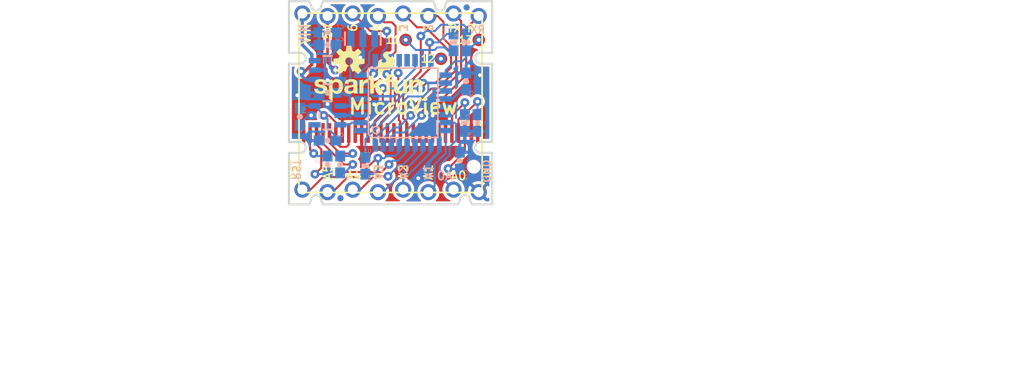
<source format=kicad_pcb>
(kicad_pcb (version 20211014) (generator pcbnew)
  (layers (0 "F.Cu" signal) (31 "B.Cu" signal) (34 "B.Paste" user) (35 "F.Paste" user) (36 "B.SilkS" user "B.Silkscreen") (37 "F.SilkS" user "F.Silkscreen") (38 "B.Mask" user) (39 "F.Mask" user) (44 "Edge.Cuts" user))
  (net 0 "")
  (net 1 "VIN")
  (net 2 "GND")
  (net 3 "3.3V")
  (net 4 "5V")
  (net 5 "N$1")
  (net 6 "N$2")
  (net 7 "N$3")
  (net 8 "D13/SCK")
  (net 9 "D11/MOSI")
  (net 10 "D10/SS")
  (net 11 "D12/MISO")
  (net 12 "D8/D~{C}")
  (net 13 "C1P")
  (net 14 "C1N")
  (net 15 "C2P")
  (net 16 "C2N")
  (net 17 "N$8")
  (net 18 "N$9")
  (net 19 "N$10")
  (net 20 "RESET")
  (net 21 "A0")
  (net 22 "A1")
  (net 23 "A2")
  (net 24 "A3")
  (net 25 "A4")
  (net 26 "A5")
  (net 27 "RXD")
  (net 28 "TXD")
  (net 29 "D2")
  (net 30 "D3")
  (net 31 "D5")
  (net 32 "D6")
  (net 33 "D7/~{RESET}")
  (net 34 "D4/3.3V_EN")
  (net 35 "D13")
  (net 36 "D11")
  (footprint "eagleBoard:CREATIVE_COMMONS" (layer "F.Cu") (at 129.4511 125.3236)
    (fp_text reference "FRAME1" hide)
    (fp_text value "FRAME-LETTER" hide)
  )
  (footprint "eagleBoard:OLED-SCREEN" (layer "F.Cu") (at 148.5011 105.0036)
    (fp_text reference "J1" hide)
    (fp_text value "OLED_SCREEN" hide)
  )
  (footprint "eagleBoard:PAD.03X.05" (layer "F.Cu") (at 150.0251 98.6536)
    (fp_text reference "TP3" hide)
    (fp_text value "" hide)
  )
  (footprint "eagleBoard:SFE_LOGO_NAME_FLAME_.1" (layer "F.Cu") (at 140.3731 105.0036)
    (fp_text reference "LOGO4" hide)
    (fp_text value "SFE_LOGO_NAME_FLAME.1_INCH" hide)
  )
  (footprint "eagleBoard:OLED-0.66-64X48" (layer "F.Cu") (at 139.7381 108.0516)
    (fp_text reference "OLED1" hide)
    (fp_text value "OLED0.66" hide)
  )
  (footprint "eagleBoard:PAD.03X.05" (layer "F.Cu") (at 153.5811 100.5586)
    (fp_text reference "TP1" hide)
    (fp_text value "" hide)
  )
  (footprint "eagleBoard:OSHW-LOGO-S" (layer "F.Cu") (at 144.3101 100.8126)
    (fp_text reference "LOGO1" hide)
    (fp_text value "OSHW-LOGOS" hide)
  )
  (footprint "eagleBoard:MV-DIP16" (layer "F.Cu") (at 148.5011 105.0036)
    (fp_text reference "J2" hide)
    (fp_text value "MICROVIEW-16" hide)
  )
  (footprint "eagleBoard:PAD.03X.05" (layer "F.Cu") (at 157.3911 98.6536)
    (fp_text reference "TP2" hide)
    (fp_text value "" hide)
  )
  (footprint "eagleBoard:0603-CAP" (layer "B.Cu") (at 143.4211 111.2266 90)
    (fp_text reference "C6")
    (fp_text value "1.0uF")
  )
  (footprint "eagleBoard:0603-CAP" (layer "B.Cu") (at 139.3571 106.4006 -90)
    (fp_text reference "C2")
    (fp_text value "1.0uF")
  )
  (footprint "eagleBoard:0603-RES" (layer "B.Cu") (at 155.9941 107.0356 90)
    (fp_text reference "R2")
    (fp_text value "390k")
  )
  (footprint "eagleBoard:MICRO-FIDUCIAL" (layer "B.Cu") (at 156.1719 95.377 180)
    (fp_text reference "FID1" hide)
    (fp_text value "FIDUCIALUFIDUCIAL" hide)
  )
  (footprint "eagleBoard:0603-CAP" (layer "B.Cu") (at 142.1511 111.2266 -90)
    (fp_text reference "C5")
    (fp_text value "1.0uF")
  )
  (footprint "eagleBoard:RESONATOR-SMD" (layer "B.Cu") (at 145.7071 98.5266)
    (fp_text reference "Y2")
    (fp_text value "16MHz")
  )
  (footprint "eagleBoard:0603-RES" (layer "B.Cu") (at 156.1211 98.9076 -90)
    (fp_text reference "R3")
    (fp_text value "1k")
  )
  (footprint "eagleBoard:SOT23-5" (layer "B.Cu") (at 142.1511 101.7016 90)
    (fp_text reference "U2")
    (fp_text value "SPX3819M5-L-5-0")
  )
  (footprint "eagleBoard:0603-CAP" (layer "B.Cu") (at 155.4861 110.8456 90)
    (fp_text reference "C10")
    (fp_text value "2.2uF")
  )
  (footprint "eagleBoard:0603-CAP" (layer "B.Cu") (at 142.1511 99.1616 180)
    (fp_text reference "C4")
    (fp_text value "1.0uF")
  )
  (footprint "eagleBoard:MICRO-FIDUCIAL" (layer "B.Cu") (at 143.4465 114.6302 180)
    (fp_text reference "FID3" hide)
    (fp_text value "FIDUCIALUFIDUCIAL" hide)
  )
  (footprint "eagleBoard:SOT23-5" (layer "B.Cu") (at 142.1511 106.2736 -90)
    (fp_text reference "U1")
    (fp_text value "MIC5205 3.3V")
  )
  (footprint "eagleBoard:0603-CAP" (layer "B.Cu") (at 142.1511 97.8916 180)
    (fp_text reference "C7")
    (fp_text value "0.1uF")
  )
  (footprint "eagleBoard:0603-RES" (layer "B.Cu") (at 154.8511 98.9076 -90)
    (fp_text reference "R4")
    (fp_text value "1k")
  )
  (footprint "eagleBoard:0603-CAP" (layer "B.Cu") (at 142.1511 103.9876 180)
    (fp_text reference "C1")
    (fp_text value "1.0uF")
  )
  (footprint "eagleBoard:TQFP32-08" (layer "B.Cu") (at 149.7711 105.0036)
    (fp_text reference "U3")
    (fp_text value "ATMEGA328P")
  )
  (footprint "eagleBoard:0603-CAP" (layer "B.Cu") (at 157.2641 107.0356 -90)
    (fp_text reference "C9")
    (fp_text value "2.2uF")
  )
  (footprint "eagleBoard:0603-CAP" (layer "B.Cu") (at 156.1211 102.8446 90)
    (fp_text reference "C8")
    (fp_text value "0.1uF")
  )
  (footprint "eagleBoard:0603-RES" (layer "B.Cu") (at 145.9611 111.3536 90)
    (fp_text reference "R1")
    (fp_text value "10K")
  )
  (footprint "eagleBoard:0603-CAP" (layer "B.Cu") (at 142.1511 108.8136 180)
    (fp_text reference "C3")
    (fp_text value "0.1uF")
  )
  (gr_line (start 157.6011 99.9536) (end 158.7511 99.9536) (layer "Edge.Cuts") (width 0.2032))
  (gr_line (start 156.5011 114.8036) (end 156.6911 115.2536) (layer "Edge.Cuts") (width 0.2032))
  (gr_line (start 140.5011 95.2036) (end 140.3111 94.7536) (layer "Edge.Cuts") (width 0.2032))
  (gr_line (start 138.2511 101.0536) (end 139.4011 101.0536) (layer "Edge.Cuts") (width 0.2032))
  (gr_line (start 158.7511 108.9536) (end 158.7511 101.0536) (layer "Edge.Cuts") (width 0.2032))
  (gr_line (start 154.1911 94.7536) (end 158.7511 94.7536) (layer "Edge.Cuts") (width 0.2032))
  (gr_arc (start 140.5011 114.8036) (mid 141.0011 114.3036) (end 141.5011 114.8036) (layer "Edge.Cuts") (width 0.2032))
  (gr_line (start 157.6011 110.0536) (end 158.7511 110.0536) (layer "Edge.Cuts") (width 0.2032))
  (gr_arc (start 157.6011 110.0536) (mid 157.0511 109.5036) (end 157.6011 108.9536) (layer "Edge.Cuts") (width 0.2032))
  (gr_line (start 158.7511 115.2536) (end 156.6911 115.2536) (layer "Edge.Cuts") (width 0.2032))
  (gr_line (start 140.5011 114.8036) (end 140.3111 115.2536) (layer "Edge.Cuts") (width 0.2032))
  (gr_line (start 138.2511 94.7536) (end 140.3111 94.7536) (layer "Edge.Cuts") (width 0.2032))
  (gr_arc (start 155.5011 114.8036) (mid 156.0011 114.3036) (end 156.5011 114.8036) (layer "Edge.Cuts") (width 0.2032))
  (gr_line (start 158.7511 99.9536) (end 158.7511 94.7536) (layer "Edge.Cuts") (width 0.2032))
  (gr_arc (start 141.5011 95.2036) (mid 141.0011 95.7036) (end 140.5011 95.2036) (layer "Edge.Cuts") (width 0.2032))
  (gr_line (start 158.7511 101.0536) (end 157.6011 101.0536) (layer "Edge.Cuts") (width 0.2032))
  (gr_arc (start 139.4011 99.9536) (mid 139.9511 100.5036) (end 139.4011 101.0536) (layer "Edge.Cuts") (width 0.2032))
  (gr_line (start 158.7511 108.9536) (end 157.6011 108.9536) (layer "Edge.Cuts") (width 0.2032))
  (gr_line (start 141.6911 94.7536) (end 152.8111 94.7536) (layer "Edge.Cuts") (width 0.2032))
  (gr_line (start 155.3111 115.2536) (end 141.6911 115.2536) (layer "Edge.Cuts") (width 0.2032))
  (gr_line (start 139.4011 99.9536) (end 138.2511 99.9536) (layer "Edge.Cuts") (width 0.2032))
  (gr_line (start 139.4011 110.0536) (end 138.2511 110.0536) (layer "Edge.Cuts") (width 0.2032))
  (gr_arc (start 139.4011 108.9536) (mid 139.9511 109.5036) (end 139.4011 110.0536) (layer "Edge.Cuts") (width 0.2032))
  (gr_line (start 141.5011 114.8036) (end 141.6911 115.2536) (layer "Edge.Cuts") (width 0.2032))
  (gr_arc (start 157.6011 101.0536) (mid 157.0511 100.5036) (end 157.6011 99.9536) (layer "Edge.Cuts") (width 0.2032))
  (gr_line (start 153.0011 95.2036) (end 152.8111 94.7536) (layer "Edge.Cuts") (width 0.2032))
  (gr_line (start 154.0011 95.2036) (end 154.1911 94.7536) (layer "Edge.Cuts") (width 0.2032))
  (gr_line (start 138.2511 108.9536) (end 139.4011 108.9536) (layer "Edge.Cuts") (width 0.2032))
  (gr_line (start 141.5011 95.2036) (end 141.6911 94.7536) (layer "Edge.Cuts") (width 0.2032))
  (gr_line (start 155.5011 114.8036) (end 155.3111 115.2536) (layer "Edge.Cuts") (width 0.2032))
  (gr_line (start 140.3111 115.2536) (end 138.2511 115.2536) (layer "Edge.Cuts") (width 0.2032))
  (gr_arc (start 154.0011 95.2036) (mid 153.5011 95.7036) (end 153.0011 95.2036) (layer "Edge.Cuts") (width 0.2032))
  (gr_line (start 138.2511 115.2536) (end 138.2511 110.0536) (layer "Edge.Cuts") (width 0.2032))
  (gr_line (start 138.2511 99.9536) (end 138.2511 94.7536) (layer "Edge.Cuts") (width 0.2032))
  (gr_line (start 138.2511 108.9536) (end 138.2511 101.0536) (layer "Edge.Cuts") (width 0.2032))
  (gr_line (start 158.7511 115.2536) (end 158.7511 110.0536) (layer "Edge.Cuts") (width 0.2032))
  (gr_text "2" (at 152.3111 97.0026 -90) (layer "B.SilkS") (effects (font (size 0.75565 0.75565) (thickness 0.13335)) (justify right mirror)))
  (gr_text "3" (at 149.7711 97.0026 -90) (layer "B.SilkS") (effects (font (size 0.75565 0.75565) (thickness 0.13335)) (justify right mirror)))
  (gr_text "A2" (at 149.7711 112.8776 -90) (layer "B.SilkS") (effects (font (size 0.8636 0.8636) (thickness 0.1524)) (justify left mirror)))
  (gr_text "A1" (at 152.3111 112.8776 -90) (layer "B.SilkS") (effects (font (size 0.8636 0.8636) (thickness 0.1524)) (justify left mirror)))
  (gr_text "GND" (at 158.1531 113.1316 -90) (layer "B.SilkS") (effects (font (size 0.75565 0.75565) (thickness 0.13335)) (justify left mirror)))
  (gr_text "RST" (at 138.9761 112.8776 -90) (layer "B.SilkS") (effects (font (size 0.75565 0.75565) (thickness 0.13335)) (justify left mirror)))
  (gr_text "RX" (at 157.2895 97.1804) (layer "B.SilkS") (effects (font (size 0.75565 0.75565) (thickness 0.13335)) (justify top mirror)))
  (gr_text "A3" (at 147.2311 112.8776 -90) (layer "B.SilkS") (effects (font (size 0.8636 0.8636) (thickness 0.1524)) (justify left mirror)))
  (gr_text "A0" (at 153.9621 112.3696) (layer "B.SilkS") (effects (font (size 0.8636 0.8636) (thickness 0.1524)) (justify mirror)))
  (gr_text "VIN" (at 139.6111 97.0026 -90) (layer "B.SilkS") (effects (font (size 0.75565 0.75565) (thickness 0.13335)) (justify right mirror)))
  (gr_text "5" (at 147.2311 96.901 90) (layer "F.SilkS") (effects (font (size 0.8636 0.8636) (thickness 0.1524)) (justify right)))
  (gr_text "A5" (at 142.1511 112.8776 90) (layer "F.SilkS") (effects (font (size 0.8636 0.8636) (thickness 0.1524)) (justify left)))
  (gr_text "12" (at 153.0731 100.5586) (layer "F.SilkS") (effects (font (size 0.75565 0.75565) (thickness 0.13335)) (justify right)))
  (gr_text "13" (at 156.8831 98.6536) (layer "F.SilkS") (effects (font (size 0.75565 0.75565) (thickness 0.13335)) (justify right)))
  (gr_text "11" (at 149.5171 98.6536) (layer "F.SilkS") (effects (font (size 0.75565 0.75565) (thickness 0.13335)) (justify right)))
  (gr_text "GND" (at 158.1531 113.1316 90) (layer "F.SilkS") (effects (font (size 0.75565 0.75565) (thickness 0.13335)) (justify left)))
  (gr_text "A0" (at 155.3591 112.3696) (layer "F.SilkS") (effects (font (size 0.8636 0.8636) (thickness 0.1524))))
  (gr_text "RX" (at 156.9593 97.0534) (layer "F.SilkS") (effects (font (size 0.75565 0.75565) (thickness 0.13335)) (justify top)))
  (gr_text "2" (at 152.3111 96.901 90) (layer "F.SilkS") (effects (font (size 0.8636 0.8636) (thickness 0.1524)) (justify right)))
  (gr_text "A4" (at 144.8181 112.3696) (layer "F.SilkS") (effects (font (size 0.8636 0.8636) (thickness 0.1524))))
  (gr_text "6" (at 144.6911 96.901 90) (layer "F.SilkS") (effects (font (size 0.8636 0.8636) (thickness 0.1524)) (justify right)))
  (gr_text "A2" (at 149.7711 112.8776 90) (layer "F.SilkS") (effects (font (size 0.8636 0.8636) (thickness 0.1524)) (justify left)))
  (gr_text "5V" (at 142.1511 96.901 90) (layer "F.SilkS") (effects (font (size 0.8636 0.8636) (thickness 0.1524)) (justify right)))
  (gr_text "MicroView" (at 149.7711 105.3846) (layer "F.SilkS") (effects (font (size 1.5113 1.5113) (thickness 0.2667))))
  (gr_text "TX" (at 154.9273 97.0534) (layer "F.SilkS") (effects (font (size 0.75565 0.75565) (thickness 0.13335)) (justify top)))
  (gr_text "3" (at 149.7711 96.901 90) (layer "F.SilkS") (effects (font (size 0.8636 0.8636) (thickness 0.1524)) (justify right)))
  (gr_text "A1" (at 152.3111 112.8776 90) (layer "F.SilkS") (effects (font (size 0.8636 0.8636) (thickness 0.1524)) (justify left)))
  (gr_text "A3" (at 147.2311 112.8776 90) (layer "F.SilkS") (effects (font (size 0.8636 0.8636) (thickness 0.1524)) (justify left)))
  (gr_text "VIN" (at 139.9921 96.901 90) (layer "F.SilkS") (effects (font (size 0.8636 0.8636) (thickness 0.1524)) (justify right)))
  (gr_text "RST" (at 138.8491 112.8776 90) (layer "F.SilkS") (effects (font (size 0.75565 0.75565) (thickness 0.13335)) (justify left)))
  (segment (start 139.6111 99.1616) (end 139.6111 95.9866) (width 0.3048) (layer "F.Cu") (net 1))
  (segment (start 140.5611 100.1116) (end 139.6111 99.1616) (width 0.3048) (layer "F.Cu") (net 1))
  (segment (start 140.5611 101.1326) (end 140.5611 100.1116) (width 0.3048) (layer "F.Cu") (net 1))
  (segment (start 139.4841 101.8286) (end 139.8651 101.8286) (width 0.3048) (layer "F.Cu") (net 1))
  (segment (start 139.8651 101.8286) (end 140.5611 101.1326) (width 0.3048) (layer "F.Cu") (net 1))
  (via (at 139.4841 101.8286) (size 0.889) (drill 0.381) (layers "F.Cu" "B.Cu") (net 1))
  (segment (start 139.6111 99.1616) (end 139.6111 95.9866) (width 0.3048) (layer "B.Cu") (net 1))
  (segment (start 140.851 100.7516) (end 140.5611 100.7516) (width 0.2032) (layer "B.Cu") (net 1))
  (segment (start 140.851 102.6516) (end 139.9261 102.6516) (width 0.3048) (layer "B.Cu") (net 1))
  (segment (start 139.9261 102.6516) (end 139.4841 102.2096) (width 0.3048) (layer "B.Cu") (net 1))
  (segment (start 140.5611 100.1116) (end 139.6111 99.1616) (width 0.3048) (layer "B.Cu") (net 1))
  (segment (start 139.4841 102.2096) (end 139.4841 101.8286) (width 0.3048) (layer "B.Cu") (net 1))
  (segment (start 140.5611 100.7516) (end 140.5611 100.1116) (width 0.3048) (layer "B.Cu") (net 1))
  (segment (start 156.6291 109.0676) (end 156.5021 109.1946) (width 0.254) (layer "F.Cu") (net 2))
  (segment (start 156.5021 109.1946) (end 156.5021 109.9566) (width 0.254) (layer "F.Cu") (net 2))
  (segment (start 156.6291 108.0516) (end 156.6291 109.0676) (width 0.254) (layer "F.Cu") (net 2))
  (segment (start 157.2881 108.0516) (end 158.0261 108.0516) (width 0.254) (layer "F.Cu") (net 2))
  (segment (start 157.2881 108.0516) (end 156.6291 108.0516) (width 0.254) (layer "F.Cu") (net 2))
  (via (at 145.4531 100.4316) (size 0.889) (drill 0.381) (layers "F.Cu" "B.Cu") (net 2))
  (via (at 146.8501 105.156) (size 0.889) (drill 0.381) (layers "F.Cu" "B.Cu") (net 2))
  (via (at 157.5181 102.2096) (size 0.889) (drill 0.381) (layers "F.Cu" "B.Cu") (net 2))
  (via (at 142.1511 105.1306) (size 0.889) (drill 0.381) (layers "F.Cu" "B.Cu") (net 2))
  (via (at 151.2951 112.6236) (size 0.889) (drill 0.381) (layers "F.Cu" "B.Cu") (net 2))
  (via (at 139.1031 104.2416) (size 0.889) (drill 0.381) (layers "F.Cu" "B.Cu") (net 2))
  (via (at 142.1511 102.7176) (size 0.889) (drill 0.381) (layers "F.Cu" "B.Cu") (net 2))
  (via (at 140.5001 106.2736) (size 0.889) (drill 0.381) (layers "F.Cu" "B.Cu") (net 2))
  (via (at 152.7429 106.2736) (size 0.889) (drill 0.381) (layers "F.Cu" "B.Cu") (net 2))
  (segment (start 139.3571 107.2506) (end 139.3571 107.1626) (width 0.2032) (layer "B.Cu") (net 2))
  (segment (start 143.4512 106.2736) (end 142.9131 106.2736) (width 0.2032) (layer "B.Cu") (net 2))
  (segment (start 141.6431 104.6226) (end 142.1511 105.1306) (width 0.254) (layer "B.Cu") (net 2))
  (segment (start 142.9131 106.2736) (end 142.1511 105.5116) (width 0.2032) (layer "B.Cu") (net 2))
  (segment (start 141.8971 102.5906) (end 141.8971 100.4316) (width 0.2032) (layer "B.Cu") (net 2))
  (segment (start 153.3271 108.5596) (end 152.9461 108.1786) (width 0.254) (layer "B.Cu") (net 2))
  (segment (start 139.3571 107.1626) (end 140.2461 106.2736) (width 0.2032) (layer "B.Cu") (net 2))
  (segment (start 146.2977 104.6036) (end 146.8501 105.156) (width 0.2032) (layer "B.Cu") (net 2))
  (segment (start 139.6111 104.2416) (end 139.9921 104.6226) (width 0.254) (layer "B.Cu") (net 2))
  (segment (start 145.7071 98.5266) (end 145.7071 100.1776) (width 0.254) (layer "B.Cu") (net 2))
  (segment (start 152.6921 106.0196) (end 153.3081 105.4036) (width 0.2032) (layer "B.Cu") (net 2))
  (segment (start 141.3011 99.1616) (end 141.3011 99.8356) (width 0.2032) (layer "B.Cu") (net 2))
  (segment (start 141.3011 99.8356) (end 141.8971 100.4316) (width 0.2032) (layer "B.Cu") (net 2))
  (segment (start 140.5001 106.2736) (end 140.2461 106.2736) (width 0.2032) (layer "B.Cu") (net 2))
  (segment (start 139.1031 104.2416) (end 139.6111 104.2416) (width 0.254) (layer "B.Cu") (net 2))
  (segment (start 142.1511 105.1306) (end 142.1511 105.5116) (width 0.2032) (layer "B.Cu") (net 2))
  (segment (start 145.4785 104.6036) (end 146.2977 104.6036) (width 0.2032) (layer "B.Cu") (net 2))
  (segment (start 154.0637 105.4036) (end 153.3081 105.4036) (width 0.2032) (layer "B.Cu") (net 2))
  (segment (start 145.7071 100.1776) (end 145.4531 100.4316) (width 0.254) (layer "B.Cu") (net 2))
  (segment (start 139.9921 104.6226) (end 141.6431 104.6226) (width 0.254) (layer "B.Cu") (net 2))
  (segment (start 141.7701 106.2736) (end 142.2781 106.2736) (width 0.2032) (layer "F.Cu") (net 3))
  (segment (start 142.9881 106.9836) (end 142.9881 108.0516) (width 0.2032) (layer "F.Cu") (net 3))
  (segment (start 142.2781 106.2736) (end 142.9881 106.9836) (width 0.2032) (layer "F.Cu") (net 3))
  (segment (start 144.0561 109.4486) (end 144.2881 109.2166) (width 0.2032) (layer "F.Cu") (net 3))
  (segment (start 142.9881 109.0156) (end 143.4211 109.4486) (width 0.2032) (layer "F.Cu") (net 3))
  (segment (start 144.2881 108.0516) (end 144.2881 109.2166) (width 0.2032) (layer "F.Cu") (net 3))
  (segment (start 142.9881 108.0516) (end 142.9881 109.0156) (width 0.2032) (layer "F.Cu") (net 3))
  (segment (start 143.4211 109.4486) (end 144.0561 109.4486) (width 0.2032) (layer "F.Cu") (net 3))
  (via (at 141.7701 106.2736) (size 0.889) (drill 0.381) (layers "F.Cu" "B.Cu") (net 3))
  (segment (start 142.1511 106.6546) (end 141.7701 106.2736) (width 0.2032) (layer "B.Cu") (net 3))
  (segment (start 141.8971 106.5276) (end 141.8971 106.4006) (width 0.2032) (layer "B.Cu") (net 3))
  (segment (start 141.5161 106.0196) (end 141.5161 105.9887) (width 0.2032) (layer "B.Cu") (net 3))
  (segment (start 141.8971 106.4006) (end 141.7701 106.2736) (width 0.2032) (layer "B.Cu") (net 3))
  (segment (start 139.5841 105.3236) (end 139.3571 105.5506) (width 0.2032) (layer "B.Cu") (net 3))
  (segment (start 143.0011 108.8136) (end 143.0011 108.3936) (width 0.2032) (layer "B.Cu") (net 3))
  (segment (start 140.851 105.3236) (end 139.5841 105.3236) (width 0.2032) (layer "B.Cu") (net 3))
  (segment (start 141.5161 106.0196) (end 141.7701 106.2736) (width 0.2032) (layer "B.Cu") (net 3))
  (segment (start 142.1511 107.5436) (end 142.1511 106.6546) (width 0.2032) (layer "B.Cu") (net 3))
  (segment (start 141.5161 105.9887) (end 140.851 105.3236) (width 0.2032) (layer "B.Cu") (net 3))
  (segment (start 143.0011 108.3936) (end 142.1511 107.5436) (width 0.2032) (layer "B.Cu") (net 3))
  (segment (start 142.1511 100.9396) (end 142.9131 101.7016) (width 0.254) (layer "F.Cu") (net 4))
  (segment (start 142.1511 96.2406) (end 142.1511 100.9396) (width 0.254) (layer "F.Cu") (net 4))
  (via (at 142.9131 101.7016) (size 0.889) (drill 0.381) (layers "F.Cu" "B.Cu") (net 4))
  (segment (start 152.2161 103.0036) (end 151.9301 102.7176) (width 0.254) (layer "B.Cu") (net 4))
  (segment (start 143.0011 99.1616) (end 143.0011 99.7086) (width 0.254) (layer "B.Cu") (net 4))
  (segment (start 142.9131 101.7016) (end 143.1671 101.7016) (width 0.254) (layer "B.Cu") (net 4))
  (segment (start 150.2791 104.3686) (end 151.8031 104.3686) (width 0.2032) (layer "B.Cu") (net 4))
  (segment (start 143.0011 99.1616) (end 143.0011 97.8916) (width 0.254) (layer "B.Cu") (net 4))
  (segment (start 144.4191 104.2416) (end 144.4191 105.3236) (width 0.254) (layer "B.Cu") (net 4))
  (segment (start 151.9301 102.7176) (end 150.5204 102.7176) (width 0.254) (layer "B.Cu") (net 4))
  (segment (start 152.3111 103.8606) (end 152.3111 103.0986) (width 0.2032) (layer "B.Cu") (net 4))
  (segment (start 145.4785 105.4036) (end 144.4991 105.4036) (width 0.254) (layer "B.Cu") (net 4))
  (segment (start 145.4785 103.8036) (end 146.2089 103.8036) (width 0.254) (layer "B.Cu") (net 4))
  (segment (start 143.4512 102.8977) (end 144.4191 103.8656) (width 0.254) (layer "B.Cu") (net 4))
  (segment (start 154.0637 103.0036) (end 152.2161 103.0036) (width 0.254) (layer "B.Cu") (net 4))
  (segment (start 142.6591 101.7016) (end 142.9131 101.7016) (width 0.254) (layer "B.Cu") (net 4))
  (segment (start 145.9611 110.5036) (end 145.9611 108.6866) (width 0.2032) (layer "B.Cu") (net 4))
  (segment (start 145.9611 108.6866) (end 150.2791 104.3686) (width 0.2032) (layer "B.Cu") (net 4))
  (segment (start 146.2089 103.8036) (end 146.7485 104.3432) (width 0.254) (layer "B.Cu") (net 4))
  (segment (start 143.4512 102.6516) (end 143.4512 101.9857) (width 0.254) (layer "B.Cu") (net 4))
  (segment (start 146.7485 104.3432) (end 148.8948 104.3432) (width 0.254) (layer "B.Cu") (net 4))
  (segment (start 145.4165 103.8656) (end 144.4191 103.8656) (width 0.254) (layer "B.Cu") (net 4))
  (segment (start 142.4051 100.3046) (end 143.0011 99.7086) (width 0.254) (layer "B.Cu") (net 4))
  (segment (start 143.1671 101.7016) (end 143.4512 101.9857) (width 0.254) (layer "B.Cu") (net 4))
  (segment (start 152.3111 103.0986) (end 152.2161 103.0036) (width 0.2032) (layer "B.Cu") (net 4))
  (segment (start 148.8948 104.3432) (end 150.5204 102.7176) (width 0.254) (layer "B.Cu") (net 4))
  (segment (start 143.6751 103.9876) (end 143.9291 104.2416) (width 0.254) (layer "B.Cu") (net 4))
  (segment (start 143.9291 104.2416) (end 144.4191 104.2416) (width 0.254) (layer "B.Cu") (net 4))
  (segment (start 143.4512 105.3236) (end 144.4191 105.3236) (width 0.254) (layer "B.Cu") (net 4))
  (segment (start 144.4191 105.3236) (end 144.4991 105.4036) (width 0.254) (layer "B.Cu") (net 4))
  (segment (start 142.4051 100.3046) (end 142.4051 101.4476) (width 0.254) (layer "B.Cu") (net 4))
  (segment (start 145.4785 103.8036) (end 145.4165 103.8656) (width 0.254) (layer "B.Cu") (net 4))
  (segment (start 151.8031 104.3686) (end 152.3111 103.8606) (width 0.2032) (layer "B.Cu") (net 4))
  (segment (start 144.4191 103.8656) (end 144.4191 104.2416) (width 0.254) (layer "B.Cu") (net 4))
  (segment (start 143.4512 102.6516) (end 143.4512 102.8977) (width 0.254) (layer "B.Cu") (net 4))
  (segment (start 142.4051 101.4476) (end 142.6591 101.7016) (width 0.254) (layer "B.Cu") (net 4))
  (segment (start 143.0011 103.9876) (end 143.6751 103.9876) (width 0.254) (layer "B.Cu") (net 4))
  (segment (start 155.9941 109.9566) (end 154.3041 111.6466) (width 0.2032) (layer "F.Cu") (net 5))
  (segment (start 155.9941 109.4486) (end 155.9941 109.9566) (width 0.2032) (layer "F.Cu") (net 5))
  (segment (start 155.9881 108.0516) (end 155.9881 109.4426) (width 0.2032) (layer "F.Cu") (net 5))
  (segment (start 155.9881 109.4426) (end 155.9941 109.4486) (width 0.2032) (layer "F.Cu") (net 5))
  (via (at 154.3041 111.6466) (size 0.889) (drill 0.381) (layers "F.Cu" "B.Cu") (net 5))
  (segment (start 155.4861 111.6956) (end 154.3531 111.6956) (width 0.2032) (layer "B.Cu") (net 5))
  (segment (start 154.3531 111.6956) (end 154.3041 111.6466) (width 0.2032) (layer "B.Cu") (net 5))
  (segment (start 155.3381 108.0516) (end 155.3381 106.6756) (width 0.2032) (layer "F.Cu") (net 6))
  (segment (start 155.3381 106.6756) (end 155.7401 106.2736) (width 0.2032) (layer "F.Cu") (net 6))
  (segment (start 155.8671 106.2736) (end 157.2641 104.8766) (width 0.2032) (layer "F.Cu") (net 6))
  (segment (start 155.7401 106.2736) (end 155.8671 106.2736) (width 0.2032) (layer "F.Cu") (net 6))
  (via (at 157.2641 104.8766) (size 0.889) (drill 0.381) (layers "F.Cu" "B.Cu") (net 6))
  (segment (start 157.2641 106.1856) (end 157.2641 104.8766) (width 0.2032) (layer "B.Cu") (net 6))
  (segment (start 154.6881 108.0516) (end 154.6881 106.2842) (width 0.2032) (layer "F.Cu") (net 7))
  (segment (start 154.6881 106.2842) (end 155.9941 104.9782) (width 0.2032) (layer "F.Cu") (net 7))
  (via (at 155.9941 104.9782) (size 0.889) (drill 0.381) (layers "F.Cu" "B.Cu") (net 7))
  (segment (start 155.9941 106.1856) (end 155.9941 104.9782) (width 0.2032) (layer "B.Cu") (net 7))
  (segment (start 149.3393 106.7562) (end 149.3393 104.013) (width 0.2032) (layer "F.Cu") (net 8))
  (segment (start 151.5491 98.2726) (end 151.5491 101.8032) (width 0.2032) (layer "F.Cu") (net 8))
  (segment (start 149.4881 108.0516) (end 149.4881 106.905) (width 0.2032) (layer "F.Cu") (net 8))
  (segment (start 149.3393 104.013) (end 151.5491 101.8032) (width 0.2032) (layer "F.Cu") (net 8))
  (segment (start 149.4881 106.905) (end 149.3393 106.7562) (width 0.2032) (layer "F.Cu") (net 8))
  (via (at 151.5491 98.2726) (size 0.889) (drill 0.381) (layers "F.Cu" "B.Cu") (net 8))
  (segment (start 153.5811 97.1296) (end 152.9461 97.7646) (width 0.2032) (layer "B.Cu") (net 8))
  (segment (start 156.1211 97.3836) (end 155.8671 97.1296) (width 0.2032) (layer "B.Cu") (net 8))
  (segment (start 155.8671 97.1296) (end 153.5811 97.1296) (width 0.2032) (layer "B.Cu") (net 8))
  (segment (start 156.1211 98.0576) (end 156.1211 97.3836) (width 0.2032) (layer "B.Cu") (net 8))
  (segment (start 151.5491 98.2726) (end 152.0571 97.7646) (width 0.2032) (layer "B.Cu") (net 8))
  (segment (start 152.9461 97.7646) (end 152.0571 97.7646) (width 0.2032) (layer "B.Cu") (net 8))
  (segment (start 150.1381 106.9454) (end 149.7711 106.5784) (width 0.2032) (layer "F.Cu") (net 9))
  (segment (start 150.1381 108.0516) (end 150.1381 106.9454) (width 0.2032) (layer "F.Cu") (net 9))
  (segment (start 152.4381 101.5492) (end 149.7711 104.2162) (width 0.2032) (layer "F.Cu") (net 9))
  (segment (start 149.7711 106.5784) (end 149.7711 104.2162) (width 0.2032) (layer "F.Cu") (net 9))
  (segment (start 152.4381 98.9076) (end 152.4381 101.5492) (width 0.2032) (layer "F.Cu") (net 9))
  (via (at 152.4381 98.9076) (size 0.889) (drill 0.381) (layers "F.Cu" "B.Cu") (net 9))
  (segment (start 152.4381 98.9076) (end 153.3271 98.9076) (width 0.2032) (layer "B.Cu") (net 9))
  (segment (start 154.8511 98.0576) (end 154.1771 98.0576) (width 0.2032) (layer "B.Cu") (net 9))
  (segment (start 154.1771 98.0576) (end 153.3271 98.9076) (width 0.2032) (layer "B.Cu") (net 9))
  (segment (start 146.2381 108.0516) (end 146.2381 106.8856) (width 0.2032) (layer "F.Cu") (net 10))
  (segment (start 147.7199 105.4038) (end 147.7199 103.5431) (width 0.2032) (layer "F.Cu") (net 10))
  (segment (start 146.2381 106.8856) (end 147.7199 105.4038) (width 0.2032) (layer "F.Cu") (net 10))
  (via (at 147.7199 103.5431) (size 0.889) (drill 0.381) (layers "F.Cu" "B.Cu") (net 10))
  (segment (start 147.7199 103.5431) (end 148.9964 103.5431) (width 0.2032) (layer "B.Cu") (net 10))
  (segment (start 150.9711 100.711) (end 150.9711 101.5684) (width 0.2032) (layer "B.Cu") (net 10))
  (segment (start 150.9711 100.711) (end 151.0411 100.641) (width 0.2032) (layer "B.Cu") (net 10))
  (segment (start 150.9711 100.711) (end 150.9711 100.711) (width 0.2032) (layer "B.Cu") (net 10))
  (segment (start 150.9711 101.5684) (end 148.9964 103.5431) (width 0.2032) (layer "B.Cu") (net 10))
  (via (at 153.5811 100.5586) (size 0.889) (drill 0.381) (layers "F.Cu" "B.Cu") (net 11))
  (segment (start 153.5811 100.5586) (end 152.7235 100.5586) (width 0.2032) (layer "B.Cu") (net 11))
  (segment (start 152.7235 100.5586) (end 152.5711 100.711) (width 0.2032) (layer "B.Cu") (net 11))
  (segment (start 147.5381 106.9826) (end 148.9329 105.5878) (width 0.2032) (layer "F.Cu") (net 12))
  (segment (start 149.2758 102.6033) (end 149.2758 101.9937) (width 0.2032) (layer "F.Cu") (net 12))
  (segment (start 148.9329 102.9462) (end 148.9329 105.5878) (width 0.2032) (layer "F.Cu") (net 12))
  (segment (start 149.2758 102.6033) (end 148.9329 102.9462) (width 0.2032) (layer "F.Cu") (net 12))
  (segment (start 147.5381 108.0516) (end 147.5381 106.9826) (width 0.2032) (layer "F.Cu") (net 12))
  (via (at 149.2758 101.9937) (size 0.889) (drill 0.381) (layers "F.Cu" "B.Cu") (net 12))
  (segment (start 149.3711 100.711) (end 149.3711 101.8857) (width 0.2032) (layer "B.Cu") (net 12))
  (segment (start 149.2758 101.981) (end 149.2758 101.9937) (width 0.2032) (layer "B.Cu") (net 12))
  (segment (start 149.3711 101.8857) (end 149.2758 101.981) (width 0.2032) (layer "B.Cu") (net 12))
  (segment (start 143.8021 111.2266) (end 144.6911 111.2266) (width 0.2032) (layer "F.Cu") (net 13))
  (segment (start 141.6881 109.1126) (end 143.8021 111.2266) (width 0.2032) (layer "F.Cu") (net 13))
  (segment (start 141.6881 109.1126) (end 141.6881 108.0516) (width 0.2032) (layer "F.Cu") (net 13))
  (via (at 144.6911 111.2266) (size 0.889) (drill 0.381) (layers "F.Cu" "B.Cu") (net 13))
  (segment (start 143.4211 112.0766) (end 143.8411 112.0766) (width 0.2032) (layer "B.Cu") (net 13))
  (segment (start 143.8411 112.0766) (end 144.6911 111.2266) (width 0.2032) (layer "B.Cu") (net 13))
  (segment (start 142.3381 109.0396) (end 143.4211 110.1226) (width 0.2032) (layer "F.Cu") (net 14))
  (segment (start 142.3381 109.0396) (end 142.3381 108.0516) (width 0.2032) (layer "F.Cu") (net 14))
  (segment (start 143.4211 110.1226) (end 144.6911 110.1226) (width 0.2032) (layer "F.Cu") (net 14))
  (via (at 144.6911 110.1226) (size 0.889) (drill 0.381) (layers "F.Cu" "B.Cu") (net 14))
  (segment (start 143.4211 110.3766) (end 144.4371 110.3766) (width 0.2032) (layer "B.Cu") (net 14))
  (segment (start 144.4371 110.3766) (end 144.6911 110.1226) (width 0.2032) (layer "B.Cu") (net 14))
  (segment (start 140.7541 110.1226) (end 140.3881 109.7566) (width 0.2032) (layer "F.Cu") (net 15))
  (segment (start 140.3881 109.7566) (end 140.3881 108.0516) (width 0.2032) (layer "F.Cu") (net 15))
  (via (at 140.7541 110.1226) (size 0.889) (drill 0.381) (layers "F.Cu" "B.Cu") (net 15))
  (segment (start 142.1511 110.3766) (end 141.0081 110.3766) (width 0.2032) (layer "B.Cu") (net 15))
  (segment (start 141.0081 110.3766) (end 140.7541 110.1226) (width 0.2032) (layer "B.Cu") (net 15))
  (segment (start 141.5161 109.7026) (end 141.5161 111.5686) (width 0.2032) (layer "F.Cu") (net 16))
  (segment (start 141.0381 108.0516) (end 141.0381 107.7006) (width 0.254) (layer "F.Cu") (net 16))
  (segment (start 141.5161 111.5686) (end 140.8811 112.2036) (width 0.2032) (layer "F.Cu") (net 16))
  (segment (start 141.0381 109.2246) (end 141.5161 109.7026) (width 0.2032) (layer "F.Cu") (net 16))
  (segment (start 141.0381 107.7006) (end 141.0381 109.2246) (width 0.2032) (layer "F.Cu") (net 16))
  (via (at 140.8811 112.2036) (size 0.889) (drill 0.381) (layers "F.Cu" "B.Cu") (net 16))
  (segment (start 142.0241 112.2036) (end 140.8811 112.2036) (width 0.2032) (layer "B.Cu") (net 16))
  (segment (start 142.1511 112.0766) (end 142.0241 112.2036) (width 0.2032) (layer "B.Cu") (net 16))
  (segment (start 144.4371 102.7938) (end 144.4371 101.5876) (width 0.2032) (layer "B.Cu") (net 17))
  (segment (start 145.4785 103.0036) (end 144.6469 103.0036) (width 0.2032) (layer "B.Cu") (net 17))
  (segment (start 144.5071 98.5266) (end 144.5071 101.5176) (width 0.2032) (layer "B.Cu") (net 17))
  (segment (start 144.4371 101.5876) (end 144.5071 101.5176) (width 0.2032) (layer "B.Cu") (net 17))
  (segment (start 144.4371 102.7938) (end 144.6469 103.0036) (width 0.2032) (layer "B.Cu") (net 17))
  (segment (start 146.9071 99.3586) (end 146.3421 99.9236) (width 0.2032) (layer "B.Cu") (net 18))
  (segment (start 145.4785 102.2036) (end 145.4785 101.9302) (width 0.2032) (layer "B.Cu") (net 18))
  (segment (start 146.3421 99.9236) (end 146.3421 101.0666) (width 0.2032) (layer "B.Cu") (net 18))
  (segment (start 146.9071 98.5266) (end 146.9071 99.3586) (width 0.2032) (layer "B.Cu") (net 18))
  (segment (start 146.3421 101.0666) (end 145.4785 101.9302) (width 0.2032) (layer "B.Cu") (net 18))
  (segment (start 145.3261 102.0512) (end 145.4785 102.2036) (width 0.2032) (layer "B.Cu") (net 18))
  (segment (start 154.0637 104.6036) (end 154.7431 104.6036) (width 0.254) (layer "B.Cu") (net 19))
  (segment (start 154.7431 104.6036) (end 155.6521 103.6946) (width 0.254) (layer "B.Cu") (net 19))
  (segment (start 156.1211 103.6946) (end 155.6521 103.6946) (width 0.254) (layer "B.Cu") (net 19))
  (segment (start 145.7071 111.9886) (end 143.9291 111.9886) (width 0.2032) (layer "F.Cu") (net 20))
  (segment (start 147.1041 110.5916) (end 145.7071 111.9886) (width 0.2032) (layer "F.Cu") (net 20))
  (segment (start 143.9291 111.9886) (end 143.4211 112.4966) (width 0.2032) (layer "F.Cu") (net 20))
  (segment (start 141.6939 112.4966) (end 140.4239 113.7666) (width 0.2032) (layer "F.Cu") (net 20))
  (segment (start 143.4211 112.4966) (end 141.6939 112.4966) (width 0.2032) (layer "F.Cu") (net 20))
  (segment (start 147.2311 110.5916) (end 147.1041 110.5916) (width 0.2032) (layer "F.Cu") (net 20))
  (segment (start 140.4239 113.7666) (end 139.6111 113.7666) (width 0.2032) (layer "F.Cu") (net 20))
  (via (at 147.2311 110.5916) (size 0.889) (drill 0.381) (layers "F.Cu" "B.Cu") (net 20))
  (segment (start 148.1201 110.3376) (end 147.8661 110.5916) (width 0.2032) (layer "B.Cu") (net 20))
  (segment (start 145.9611 112.2036) (end 146.2541 112.2036) (width 0.2032) (layer "B.Cu") (net 20))
  (segment (start 149.0091 110.3376) (end 148.1201 110.3376) (width 0.2032) (layer "B.Cu") (net 20))
  (segment (start 149.3711 109.9756) (end 149.0091 110.3376) (width 0.2032) (layer "B.Cu") (net 20))
  (segment (start 147.8661 110.5916) (end 147.2311 110.5916) (width 0.2032) (layer "B.Cu") (net 20))
  (segment (start 147.2311 111.7346) (end 147.2311 110.5916) (width 0.2032) (layer "B.Cu") (net 20))
  (segment (start 146.7621 112.2036) (end 147.2311 111.7346) (width 0.2032) (layer "B.Cu") (net 20))
  (segment (start 149.3711 109.2962) (end 149.3711 109.9756) (width 0.2032) (layer "B.Cu") (net 20))
  (segment (start 145.9611 112.2036) (end 146.7621 112.2036) (width 0.2032) (layer "B.Cu") (net 20))
  (segment (start 153.4541 112.3696) (end 154.8511 113.7666) (width 0.2032) (layer "B.Cu") (net 21))
  (segment (start 153.4541 112.3696) (end 153.4541 111.2774) (width 0.2032) (layer "B.Cu") (net 21))
  (segment (start 154.0637 107.0036) (end 154.9461 107.0036) (width 0.2032) (layer "B.Cu") (net 21))
  (segment (start 154.4701 109.4486) (end 154.4701 110.2614) (width 0.2032) (layer "B.Cu") (net 21))
  (segment (start 154.4701 110.2614) (end 153.4541 111.2774) (width 0.2032) (layer "B.Cu") (net 21))
  (segment (start 155.1051 108.8136) (end 154.4701 109.4486) (width 0.2032) (layer "B.Cu") (net 21))
  (segment (start 154.9461 107.0036) (end 155.1051 107.1626) (width 0.2032) (layer "B.Cu") (net 21))
  (segment (start 155.1051 107.1626) (end 155.1051 108.8136) (width 0.2032) (layer "B.Cu") (net 21))
  (segment (start 152.9461 113.3856) (end 152.3111 114.0206) (width 0.2032) (layer "B.Cu") (net 22))
  (segment (start 154.0637 110.0836) (end 152.9461 111.2012) (width 0.2032) (layer "B.Cu") (net 22))
  (segment (start 154.0637 107.8036) (end 154.0637 110.0836) (width 0.2032) (layer "B.Cu") (net 22))
  (segment (start 152.9461 111.2012) (end 152.9461 113.3856) (width 0.2032) (layer "B.Cu") (net 22))
  (segment (start 152.5711 109.2962) (end 152.5711 110.0014) (width 0.2032) (layer "B.Cu") (net 23))
  (segment (start 149.7711 113.7666) (end 149.7711 112.8014) (width 0.2032) (layer "B.Cu") (net 23))
  (segment (start 149.7711 112.8014) (end 152.5711 110.0014) (width 0.2032) (layer "B.Cu") (net 23))
  (segment (start 151.7711 109.2962) (end 151.7711 109.9886) (width 0.2032) (layer "B.Cu") (net 24))
  (segment (start 147.7391 114.0206) (end 151.7711 109.9886) (width 0.2032) (layer "B.Cu") (net 24))
  (segment (start 147.2311 114.0206) (end 147.7391 114.0206) (width 0.2032) (layer "B.Cu") (net 24))
  (segment (start 145.4531 113.7666) (end 144.6911 113.7666) (width 0.2032) (layer "F.Cu") (net 25))
  (segment (start 146.7993 112.4204) (end 145.4531 113.7666) (width 0.2032) (layer "F.Cu") (net 25))
  (segment (start 148.2471 112.4204) (end 146.7993 112.4204) (width 0.2032) (layer "F.Cu") (net 25))
  (via (at 148.2471 112.4204) (size 0.889) (drill 0.381) (layers "F.Cu" "B.Cu") (net 25))
  (segment (start 149.3901 111.2774) (end 149.7203 111.2774) (width 0.2032) (layer "B.Cu") (net 25))
  (segment (start 149.3901 111.2774) (end 148.2471 112.4204) (width 0.2032) (layer "B.Cu") (net 25))
  (segment (start 149.7203 111.2774) (end 150.9711 110.0266) (width 0.2032) (layer "B.Cu") (net 25))
  (segment (start 150.9711 110.0266) (end 150.9711 109.2962) (width 0.2032) (layer "B.Cu") (net 25))
  (segment (start 145.9611 112.4966) (end 144.1831 112.4966) (width 0.2032) (layer "F.Cu") (net 26))
  (segment (start 146.4691 111.9886) (end 147.5867 111.9886) (width 0.2032) (layer "F.Cu") (net 26))
  (segment (start 142.6591 114.0206) (end 142.1511 114.0206) (width 0.2032) (layer "F.Cu") (net 26))
  (segment (start 146.4691 111.9886) (end 145.9611 112.4966) (width 0.2032) (layer "F.Cu") (net 26))
  (segment (start 144.1831 112.4966) (end 142.6591 114.0206) (width 0.2032) (layer "F.Cu") (net 26))
  (segment (start 147.5867 111.9886) (end 148.3487 111.2266) (width 0.2032) (layer "F.Cu") (net 26))
  (via (at 148.3487 111.2266) (size 0.889) (drill 0.381) (layers "F.Cu" "B.Cu") (net 26))
  (segment (start 150.1711 109.9376) (end 149.2631 110.8456) (width 0.2032) (layer "B.Cu") (net 26))
  (segment (start 148.7297 110.8456) (end 148.3487 111.2266) (width 0.2032) (layer "B.Cu") (net 26))
  (segment (start 150.1711 109.2962) (end 150.1711 109.9376) (width 0.2032) (layer "B.Cu") (net 26))
  (segment (start 149.2631 110.8456) (end 148.7297 110.8456) (width 0.2032) (layer "B.Cu") (net 26))
  (segment (start 153.0731 104.4956) (end 153.8351 104.4956) (width 0.2032) (layer "F.Cu") (net 27))
  (segment (start 156.1211 97.5106) (end 157.3911 96.2406) (width 0.2032) (layer "F.Cu") (net 27))
  (segment (start 151.6253 106.2736) (end 151.6253 105.9434) (width 0.2032) (layer "F.Cu") (net 27))
  (segment (start 153.8351 104.4956) (end 156.1211 102.2096) (width 0.2032) (layer "F.Cu") (net 27))
  (segment (start 156.1211 102.2096) (end 156.1211 97.5106) (width 0.2032) (layer "F.Cu") (net 27))
  (segment (start 151.6253 105.9434) (end 153.0731 104.4956) (width 0.2032) (layer "F.Cu") (net 27))
  (via (at 151.6253 106.2736) (size 0.889) (drill 0.381) (layers "F.Cu" "B.Cu") (net 27))
  (segment (start 149.0091 108.0008) (end 149.8981 108.0008) (width 0.2032) (layer "B.Cu") (net 27))
  (segment (start 148.5711 108.4388) (end 149.0091 108.0008) (width 0.2032) (layer "B.Cu") (net 27))
  (segment (start 149.8981 108.0008) (end 151.6253 106.2736) (width 0.2032) (layer "B.Cu") (net 27))
  (segment (start 148.5711 109.2962) (end 148.5711 108.4388) (width 0.2032) (layer "B.Cu") (net 27))
  (segment (start 152.8191 103.9876) (end 150.5331 106.2736) (width 0.2032) (layer "F.Cu") (net 28))
  (segment (start 153.4541 103.9876) (end 155.6131 101.8286) (width 0.2032) (layer "F.Cu") (net 28))
  (segment (start 155.6131 101.8286) (end 155.6131 96.7486) (width 0.2032) (layer "F.Cu") (net 28))
  (segment (start 155.6131 96.7486) (end 154.8511 95.9866) (width 0.2032) (layer "F.Cu") (net 28))
  (segment (start 152.8191 103.9876) (end 153.4541 103.9876) (width 0.2032) (layer "F.Cu") (net 28))
  (via (at 150.5331 106.2736) (size 0.889) (drill 0.381) (layers "F.Cu" "B.Cu") (net 28))
  (segment (start 149.3139 107.4928) (end 150.5331 106.2736) (width 0.2032) (layer "B.Cu") (net 28))
  (segment (start 147.7711 108.6038) (end 148.8821 107.4928) (width 0.2032) (layer "B.Cu") (net 28))
  (segment (start 148.8821 107.4928) (end 149.3139 107.4928) (width 0.2032) (layer "B.Cu") (net 28))
  (segment (start 147.7711 109.2962) (end 147.7711 108.6038) (width 0.2032) (layer "B.Cu") (net 28))
  (segment (start 152.5905 103.5812) (end 151.0157 105.156) (width 0.2032) (layer "F.Cu") (net 29))
  (segment (start 155.1051 101.7016) (end 155.1051 99.7966) (width 0.2032) (layer "F.Cu") (net 29))
  (segment (start 152.3111 96.2406) (end 153.233121 96.2406) (width 0.2032) (layer "F.Cu") (net 29))
  (segment (start 153.8351 96.842579) (end 153.8351 98.5266) (width 0.2032) (layer "F.Cu") (net 29))
  (segment (start 153.2255 103.5812) (end 152.5905 103.5812) (width 0.2032) (layer "F.Cu") (net 29))
  (segment (start 153.8351 96.842579) (end 153.233121 96.2406) (width 0.2032) (layer "F.Cu") (net 29))
  (segment (start 155.1051 99.7966) (end 153.8351 98.5266) (width 0.2032) (layer "F.Cu") (net 29))
  (segment (start 150.5839 105.156) (end 151.0157 105.156) (width 0.2032) (layer "F.Cu") (net 29))
  (segment (start 153.2255 103.5812) (end 155.1051 101.7016) (width 0.2032) (layer "F.Cu") (net 29))
  (via (at 150.5839 105.156) (size 0.889) (drill 0.381) (layers "F.Cu" "B.Cu") (net 29))
  (segment (start 146.9711 109.2962) (end 146.9711 108.5148) (width 0.2032) (layer "B.Cu") (net 29))
  (segment (start 150.0505 105.6894) (end 149.7965 105.6894) (width 0.2032) (layer "B.Cu") (net 29))
  (segment (start 146.9711 108.5148) (end 149.7965 105.6894) (width 0.2032) (layer "B.Cu") (net 29))
  (segment (start 150.5839 105.156) (end 150.0505 105.6894) (width 0.2032) (layer "B.Cu") (net 29))
  (segment (start 152.1333 102.9716) (end 153.0731 102.9716) (width 0.2032) (layer "F.Cu") (net 30))
  (segment (start 151.5491 103.5558) (end 152.1333 102.9716) (width 0.2032) (layer "F.Cu") (net 30))
  (segment (start 149.7711 95.9866) (end 151.1681 97.3836) (width 0.2032) (layer "F.Cu") (net 30))
  (segment (start 154.5971 101.4476) (end 154.5971 99.949) (width 0.2032) (layer "F.Cu") (net 30))
  (segment (start 153.0731 102.9716) (end 154.5971 101.4476) (width 0.2032) (layer "F.Cu") (net 30))
  (segment (start 154.5971 99.949) (end 152.0317 97.3836) (width 0.2032) (layer "F.Cu") (net 30))
  (segment (start 151.1681 97.3836) (end 152.0317 97.3836) (width 0.2032) (layer "F.Cu") (net 30))
  (via (at 151.5491 103.5558) (size 0.889) (drill 0.381) (layers "F.Cu" "B.Cu") (net 30))
  (segment (start 145.4785 107.8036) (end 146.1075 107.8036) (width 0.2032) (layer "B.Cu") (net 30))
  (segment (start 151.5491 103.5558) (end 150.3553 103.5558) (width 0.2032) (layer "B.Cu") (net 30))
  (segment (start 146.1075 107.8036) (end 150.3553 103.5558) (width 0.2032) (layer "B.Cu") (net 30))
  (segment (start 149.0091 99.8474) (end 149.0091 97.2566) (width 0.2032) (layer "F.Cu") (net 31))
  (segment (start 147.8661 96.8756) (end 147.2311 96.2406) (width 0.2032) (layer "F.Cu") (net 31))
  (segment (start 148.6281 96.8756) (end 147.8661 96.8756) (width 0.2032) (layer "F.Cu") (net 31))
  (segment (start 149.0091 99.8474) (end 146.7993 102.0572) (width 0.2032) (layer "F.Cu") (net 31))
  (segment (start 149.0091 97.2566) (end 148.6281 96.8756) (width 0.2032) (layer "F.Cu") (net 31))
  (via (at 146.7993 102.0572) (size 0.889) (drill 0.381) (layers "F.Cu" "B.Cu") (net 31))
  (segment (start 146.9711 100.711) (end 146.9711 101.2758) (width 0.2032) (layer "B.Cu") (net 31))
  (segment (start 146.5707 101.6762) (end 146.5707 101.8286) (width 0.2032) (layer "B.Cu") (net 31))
  (segment (start 146.9711 101.2758) (end 146.5707 101.6762) (width 0.2032) (layer "B.Cu") (net 31))
  (segment (start 146.5707 101.8286) (end 146.7993 102.0572) (width 0.2032) (layer "B.Cu") (net 31))
  (segment (start 146.4691 97.7646) (end 144.6911 95.9866) (width 0.2032) (layer "F.Cu") (net 32))
  (segment (start 146.4691 97.7646) (end 148.1201 97.7646) (width 0.2032) (layer "F.Cu") (net 32))
  (via (at 148.1201 97.7646) (size 0.889) (drill 0.381) (layers "F.Cu" "B.Cu") (net 32))
  (segment (start 148.1201 99.4156) (end 147.7711 99.7646) (width 0.2032) (layer "B.Cu") (net 32))
  (segment (start 147.7711 100.711) (end 147.7711 99.7646) (width 0.2032) (layer "B.Cu") (net 32))
  (segment (start 148.1201 97.7646) (end 148.1201 99.4156) (width 0.2032) (layer "B.Cu") (net 32))
  (segment (start 148.5011 102.489) (end 148.5011 105.2576) (width 0.2032) (layer "F.Cu") (net 33))
  (segment (start 146.8881 108.0516) (end 146.8881 106.8706) (width 0.2032) (layer "F.Cu") (net 33))
  (segment (start 148.5011 105.2576) (end 146.8881 106.8706) (width 0.2032) (layer "F.Cu") (net 33))
  (segment (start 148.1267 102.1146) (end 148.5011 102.489) (width 0.2032) (layer "F.Cu") (net 33))
  (via (at 148.1267 102.1146) (size 0.889) (drill 0.381) (layers "F.Cu" "B.Cu") (net 33))
  (segment (start 148.5711 101.6702) (end 148.1267 102.1146) (width 0.2032) (layer "B.Cu") (net 33))
  (segment (start 148.5711 100.711) (end 148.5711 101.6702) (width 0.2032) (layer "B.Cu") (net 33))
  (segment (start 145.4785 107.0036) (end 144.5961 107.0036) (width 0.2032) (layer "B.Cu") (net 34))
  (segment (start 143.4512 107.2236) (end 144.3761 107.2236) (width 0.2032) (layer "B.Cu") (net 34))
  (segment (start 144.5961 107.0036) (end 144.3761 107.2236) (width 0.2032) (layer "B.Cu") (net 34))
  (via (at 157.3911 98.6536) (size 0.889) (drill 0.381) (layers "F.Cu" "B.Cu") (net 35))
  (segment (start 154.9781 100.8126) (end 155.7401 100.8126) (width 0.2032) (layer "B.Cu") (net 35))
  (segment (start 155.7401 100.8126) (end 156.1211 100.4316) (width 0.2032) (layer "B.Cu") (net 35))
  (segment (start 156.1211 99.7576) (end 156.2871 99.7576) (width 0.2032) (layer "B.Cu") (net 35))
  (segment (start 156.1211 99.7576) (end 156.1211 100.4316) (width 0.2032) (layer "B.Cu") (net 35))
  (segment (start 154.0637 101.727) (end 154.9781 100.8126) (width 0.2032) (layer "B.Cu") (net 35))
  (segment (start 156.2871 99.7576) (end 157.3911 98.6536) (width 0.2032) (layer "B.Cu") (net 35))
  (segment (start 154.0637 102.2036) (end 154.0637 101.727) (width 0.2032) (layer "B.Cu") (net 35))
  (via (at 150.0251 98.6536) (size 0.889) (drill 0.381) (layers "F.Cu" "B.Cu") (net 36))
  (segment (start 153.2001 99.4156) (end 152.9461 99.6696) (width 0.2032) (layer "B.Cu") (net 36))
  (segment (start 153.9621 99.4156) (end 153.2001 99.4156) (width 0.2032) (layer "B.Cu") (net 36))
  (segment (start 151.7711 99.7016) (end 151.8031 99.6696) (width 0.2032) (layer "B.Cu") (net 36))
  (segment (start 154.3041 99.7576) (end 153.9621 99.4156) (width 0.2032) (layer "B.Cu") (net 36))
  (segment (start 152.9461 99.6696) (end 151.8031 99.6696) (width 0.2032) (layer "B.Cu") (net 36))
  (segment (start 151.8031 99.6696) (end 151.0411 99.6696) (width 0.2032) (layer "B.Cu") (net 36))
  (segment (start 151.0411 99.6696) (end 150.0251 98.6536) (width 0.2032) (layer "B.Cu") (net 36))
  (segment (start 154.8511 99.7576) (end 154.3041 99.7576) (width 0.2032) (layer "B.Cu") (net 36))
  (segment (start 151.7711 100.711) (end 151.7711 99.7016) (width 0.2032) (layer "B.Cu") (net 36))
  (zone (net 2) (net_name "GND") (layer "F.Cu") (priority 6) (connect_pads (clearance 0.3048)) (min_thickness 0.127) (fill yes (thermal_gap 0.304) (thermal_bridge_width 0.304))
    (polygon (pts (xy 158.8781 115.3806) (xy 138.1241 115.3806) (xy 138.1241 94.6266) (xy 158.8781 94.6266)))
  )
  (zone (net 2) (net_name "GND") (layer "B.Cu") (priority 6) (connect_pads (clearance 0.3048)) (min_thickness 0.127) (fill yes (thermal_gap 0.304) (thermal_bridge_width 0.304))
    (polygon (pts (xy 158.8781 115.3806) (xy 138.1241 115.3806) (xy 138.1241 94.6266) (xy 158.8781 94.6266)))
  )
)
</source>
